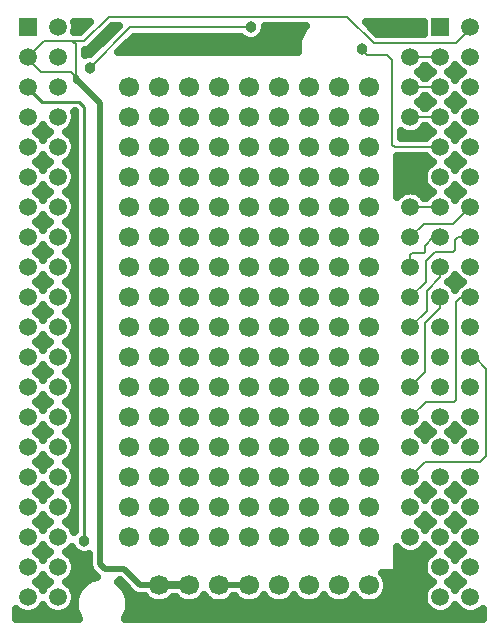
<source format=gbr>
G04 DipTrace 3.0.0.1*
G04 Top.gbr*
%MOIN*%
G04 #@! TF.FileFunction,Copper,L1,Top*
G04 #@! TF.Part,Single*
G04 #@! TA.AperFunction,Conductor*
%ADD14C,0.008*%
%ADD15C,0.02*%
G04 #@! TA.AperFunction,CopperBalancing*
%ADD16C,0.025*%
G04 #@! TA.AperFunction,Conductor*
%ADD17C,0.01*%
G04 #@! TA.AperFunction,ComponentPad*
%ADD18C,0.066929*%
%ADD19C,0.059055*%
%ADD20R,0.059055X0.059055*%
%ADD21C,0.059055*%
G04 #@! TA.AperFunction,ViaPad*
%ADD22C,0.038*%
%FSLAX26Y26*%
G04*
G70*
G90*
G75*
G01*
G04 Top*
%LPD*%
X473229Y2305118D2*
D14*
Y2299607D1*
X517717Y2255118D1*
X615748D1*
X632677Y2238189D1*
D15*
Y2231103D1*
X712205Y2151575D1*
Y614961D1*
X728740Y598425D1*
X793701D1*
X848032Y544095D1*
X910630D1*
D16*
X1010630D1*
X473229Y2305118D2*
D14*
X525984Y2357874D1*
X620866D1*
X625984Y2352756D1*
X633412D1*
Y2226809D1*
D15*
X632677Y2231103D1*
X1948032Y2405118D2*
D14*
Y2400000D1*
X1900788Y2352756D1*
X1625197D1*
X1537795Y2440158D1*
X742126D1*
X659843Y2357874D1*
X620866D1*
X473229Y2205118D2*
D17*
Y2203544D1*
X520079Y2156693D1*
X641732D1*
X660236Y2138189D1*
Y691732D1*
X1110630Y544095D2*
D15*
X1210630D1*
X1848032Y2005118D2*
D14*
X1696063D1*
X1687795Y2013386D1*
Y2296851D1*
X1670866Y2313780D1*
X1604331D1*
X1585433Y2332677D1*
X1216536Y2404331D2*
X812992D1*
X679134Y2270473D1*
X1848032Y1805118D2*
X1748032D1*
X1948032D2*
X1946063D1*
X1890945Y1750000D1*
X1792914D1*
X1748032Y1705118D1*
X1848032D2*
X1824016D1*
X1795670Y1676772D1*
Y1656299D1*
X1792520Y1653150D1*
X1754725D1*
X1747244Y1645670D1*
Y1605906D1*
X1748032Y1605118D1*
X1948032Y1705118D2*
X1905512D1*
X1896457Y1696063D1*
Y1661024D1*
X1890158Y1654725D1*
X1829528D1*
X1800000Y1625197D1*
Y1557087D1*
X1748032Y1505118D1*
X1848032Y1605118D2*
Y1571260D1*
X1802756Y1525984D1*
Y1459843D1*
X1748032Y1405118D1*
X1848032Y1505118D2*
Y1469685D1*
X1798032Y1419685D1*
Y1255118D1*
X1748032Y1205118D1*
X1948032Y1505118D2*
X1916142D1*
X1898819Y1487795D1*
Y1161418D1*
X1893701Y1156299D1*
X1799213D1*
X1748032Y1105118D1*
X1848032Y2305118D2*
X1748032D1*
X1848032Y2205118D2*
X1748032D1*
X1948032Y1305118D2*
X1962599D1*
X2000394Y1267323D1*
Y974803D1*
X1980709Y955118D1*
X1798032D1*
X1748032Y905118D1*
Y2105118D2*
X1848032D1*
D22*
X660236Y691732D3*
X1585433Y2332677D3*
X1216536Y2404331D3*
X679134Y2270473D3*
X631210Y2397261D2*
D16*
X653602D1*
X744882D2*
X760292D1*
X1263973D2*
X1387636D1*
X1626327D2*
X1789491D1*
X719979Y2372393D2*
X735438D1*
X826669D2*
X1181630D1*
X1251425D2*
X1374257D1*
X695126Y2347524D2*
X710536D1*
X801815D2*
X1369276D1*
X666415Y2322655D2*
X685682D1*
X1786532Y2248049D2*
X1809511D1*
X1886532D2*
X1909511D1*
X1785897Y2148574D2*
X1810145D1*
X1885897D2*
X1910145D1*
X510458Y2049099D2*
X536024D1*
X610458D2*
X626244D1*
X1720809D2*
X1810829D1*
X1885262D2*
X1910829D1*
X1705184Y1974492D2*
X1798622D1*
X509774Y1949624D2*
X536708D1*
X609774D2*
X626244D1*
X1705184D2*
X1811512D1*
X1884579D2*
X1911512D1*
X1705184Y1924755D2*
X1793055D1*
X1705184Y1899886D2*
X1789735D1*
X1705184Y1875017D2*
X1798280D1*
X509042Y1850149D2*
X537391D1*
X609042D2*
X626259D1*
X1783846D2*
X1812196D1*
X1883846D2*
X1912196D1*
X508358Y1750673D2*
X538124D1*
X608358D2*
X626259D1*
X507577Y1651198D2*
X538856D1*
X607577D2*
X626259D1*
X506845Y1551723D2*
X539637D1*
X606845D2*
X626259D1*
X1881649D2*
X1914442D1*
X506014Y1452248D2*
X540419D1*
X606014D2*
X626259D1*
X505184Y1352773D2*
X541249D1*
X605184D2*
X626259D1*
X504305Y1253298D2*
X542128D1*
X604305D2*
X626259D1*
X503427Y1153823D2*
X543055D1*
X603427D2*
X626259D1*
X502499Y1054348D2*
X543983D1*
X602499D2*
X626259D1*
X1777304D2*
X1818788D1*
X1877304D2*
X1918788D1*
X501473Y954873D2*
X544960D1*
X601473D2*
X626259D1*
X501571Y855398D2*
X544911D1*
X601571D2*
X626259D1*
X1776376D2*
X1819716D1*
X1876376D2*
X1919716D1*
X502548Y755923D2*
X543934D1*
X602548D2*
X626259D1*
X1777352D2*
X1818739D1*
X1877352D2*
X1918739D1*
X503475Y656448D2*
X542958D1*
X603475D2*
X628993D1*
X1705184D2*
X1717762D1*
X1778280D2*
X1817762D1*
X1878280D2*
X1917762D1*
X625106Y631579D2*
X673182D1*
X1705184D2*
X1796132D1*
X631747Y606710D2*
X674159D1*
X1705184D2*
X1789540D1*
X626669Y581841D2*
X691200D1*
X1659725D2*
X1794569D1*
X504403Y556973D2*
X542079D1*
X604403D2*
X664393D1*
X1671688D2*
X1816884D1*
X1879208D2*
X1916884D1*
X624813Y532104D2*
X640758D1*
X1671884D2*
X1796425D1*
X810604Y507235D2*
X860829D1*
X1660409D2*
X1789540D1*
X813973Y482366D2*
X1794325D1*
X505233Y457498D2*
X541200D1*
X605233D2*
X629725D1*
X810409D2*
X1816005D1*
X1880038D2*
X1916005D1*
X434725Y432629D2*
X641151D1*
X799032D2*
X1986561D1*
X1373757Y2322748D2*
X1371903Y2334957D1*
Y2349295D1*
X1374146Y2363456D1*
X1378576Y2377093D1*
X1385085Y2389868D1*
X1393513Y2401467D1*
X1401532Y2409646D1*
X1261770Y2409658D1*
X1261895Y2400761D1*
X1260778Y2393709D1*
X1258572Y2386919D1*
X1255331Y2380557D1*
X1251134Y2374781D1*
X1246086Y2369732D1*
X1240309Y2365536D1*
X1233948Y2362294D1*
X1227157Y2360088D1*
X1220106Y2358971D1*
X1212966D1*
X1205914Y2360088D1*
X1199124Y2362294D1*
X1192762Y2365536D1*
X1186986Y2369732D1*
X1182818Y2373828D1*
X825667Y2373831D1*
X774796Y2322744D1*
X1373672D1*
X811169Y475508D2*
X808926Y461347D1*
X804495Y447711D1*
X797986Y434936D1*
X796164Y432210D1*
X1989086Y432201D1*
X1989059Y466918D1*
X1980964Y459791D1*
X1973468Y455197D1*
X1965345Y451833D1*
X1956796Y449781D1*
X1948032Y449091D1*
X1939267Y449781D1*
X1930718Y451833D1*
X1922596Y455197D1*
X1915100Y459791D1*
X1908414Y465501D1*
X1902704Y472186D1*
X1898032Y479854D1*
X1893359Y472186D1*
X1887649Y465501D1*
X1880964Y459791D1*
X1873468Y455197D1*
X1865345Y451833D1*
X1856796Y449781D1*
X1848032Y449091D1*
X1839267Y449781D1*
X1830718Y451833D1*
X1822596Y455197D1*
X1815100Y459791D1*
X1808414Y465501D1*
X1802704Y472186D1*
X1798111Y479682D1*
X1794746Y487805D1*
X1792694Y496354D1*
X1792004Y505118D1*
X1792694Y513883D1*
X1794746Y522432D1*
X1798111Y530554D1*
X1802704Y538050D1*
X1808414Y544736D1*
X1815100Y550446D1*
X1822767Y555118D1*
X1815100Y559791D1*
X1808414Y565501D1*
X1802704Y572186D1*
X1798111Y579682D1*
X1794746Y587805D1*
X1792694Y596354D1*
X1792004Y605118D1*
X1792694Y613883D1*
X1794746Y622432D1*
X1798111Y630554D1*
X1802704Y638050D1*
X1808414Y644736D1*
X1815100Y650446D1*
X1822767Y655118D1*
X1815100Y659791D1*
X1808414Y665501D1*
X1802704Y672186D1*
X1798032Y679854D1*
X1793359Y672186D1*
X1787649Y665501D1*
X1780964Y659791D1*
X1773468Y655197D1*
X1765345Y651833D1*
X1756796Y649781D1*
X1748032Y649091D1*
X1739267Y649781D1*
X1730718Y651833D1*
X1722596Y655197D1*
X1715100Y659791D1*
X1708414Y665501D1*
X1702657Y672258D1*
X1702666Y586705D1*
X1653031Y586496D1*
X1659142Y579341D1*
X1664059Y571318D1*
X1667660Y562625D1*
X1669856Y553475D1*
X1670595Y544095D1*
X1669856Y534714D1*
X1667660Y525565D1*
X1664059Y516871D1*
X1659142Y508848D1*
X1653031Y501693D1*
X1645876Y495582D1*
X1637853Y490666D1*
X1629160Y487065D1*
X1620011Y484868D1*
X1610630Y484130D1*
X1601250Y484868D1*
X1592100Y487065D1*
X1583407Y490666D1*
X1575384Y495582D1*
X1568229Y501693D1*
X1562118Y508848D1*
X1560657Y511035D1*
X1556228Y505151D1*
X1549574Y498497D1*
X1541962Y492967D1*
X1533578Y488695D1*
X1524629Y485787D1*
X1515335Y484315D1*
X1505925D1*
X1496632Y485787D1*
X1487683Y488695D1*
X1479299Y492967D1*
X1471686Y498497D1*
X1465033Y505151D1*
X1460657Y511035D1*
X1456228Y505151D1*
X1449574Y498497D1*
X1441962Y492967D1*
X1433578Y488695D1*
X1424629Y485787D1*
X1415335Y484315D1*
X1405925D1*
X1396632Y485787D1*
X1387683Y488695D1*
X1379299Y492967D1*
X1371686Y498497D1*
X1365033Y505151D1*
X1360657Y511035D1*
X1356228Y505151D1*
X1349574Y498497D1*
X1341962Y492967D1*
X1333578Y488695D1*
X1324629Y485787D1*
X1315335Y484315D1*
X1305925D1*
X1296632Y485787D1*
X1287683Y488695D1*
X1279299Y492967D1*
X1271686Y498497D1*
X1265033Y505151D1*
X1260657Y511035D1*
X1256228Y505151D1*
X1249574Y498497D1*
X1241962Y492967D1*
X1233578Y488695D1*
X1224629Y485787D1*
X1215335Y484315D1*
X1205925D1*
X1196632Y485787D1*
X1187683Y488695D1*
X1179299Y492967D1*
X1171686Y498497D1*
X1165033Y505151D1*
X1163108Y507592D1*
X1158238Y507595D1*
X1153031Y501693D1*
X1145876Y495582D1*
X1137853Y490666D1*
X1129160Y487065D1*
X1120011Y484868D1*
X1110630Y484130D1*
X1101250Y484868D1*
X1092100Y487065D1*
X1083407Y490666D1*
X1075384Y495582D1*
X1068229Y501693D1*
X1062118Y508848D1*
X1060657Y511035D1*
X1056228Y505151D1*
X1049574Y498497D1*
X1041962Y492967D1*
X1033578Y488695D1*
X1024629Y485787D1*
X1015335Y484315D1*
X1005925D1*
X996632Y485787D1*
X987683Y488695D1*
X979299Y492967D1*
X971686Y498497D1*
X965095Y505083D1*
X956187Y505095D1*
X949574Y498497D1*
X941962Y492967D1*
X933578Y488695D1*
X924629Y485787D1*
X915335Y484315D1*
X905925D1*
X896632Y485787D1*
X887683Y488695D1*
X879299Y492967D1*
X871686Y498497D1*
X865033Y505151D1*
X863108Y507592D1*
X845168Y507707D1*
X839511Y508603D1*
X834064Y510373D1*
X828960Y512973D1*
X824327Y516340D1*
X778615Y561892D1*
X773786Y556598D1*
X784688Y547287D1*
X794000Y536384D1*
X801491Y524159D1*
X806978Y510913D1*
X810325Y496971D1*
X811450Y482677D1*
X811169Y475508D1*
X643994Y432210D2*
X638666Y441196D1*
X633180Y454442D1*
X629832Y468384D1*
X628708Y482677D1*
X629832Y496971D1*
X633180Y510913D1*
X638666Y524159D1*
X646158Y536384D1*
X655470Y547287D1*
X666372Y556598D1*
X678597Y564090D1*
X691844Y569577D1*
X703174Y572404D1*
X684450Y591256D1*
X681083Y595890D1*
X678483Y600993D1*
X676713Y606440D1*
X675817Y612097D1*
X675705Y648896D1*
X667354Y646793D1*
X660236Y646232D1*
X653119Y646793D1*
X646176Y648459D1*
X639580Y651192D1*
X633492Y654922D1*
X628063Y659559D1*
X623426Y664988D1*
X618942Y672711D1*
X612846Y665501D1*
X606161Y659791D1*
X598493Y655118D1*
X606161Y650446D1*
X612846Y644736D1*
X618556Y638050D1*
X623149Y630554D1*
X626514Y622432D1*
X628566Y613883D1*
X629256Y605118D1*
X628566Y596354D1*
X626514Y587805D1*
X623149Y579682D1*
X618556Y572186D1*
X612846Y565501D1*
X606161Y559791D1*
X598493Y555118D1*
X606161Y550446D1*
X612846Y544736D1*
X618556Y538050D1*
X623149Y530554D1*
X626514Y522432D1*
X628566Y513883D1*
X629256Y505118D1*
X628566Y496354D1*
X626514Y487805D1*
X623149Y479682D1*
X618556Y472186D1*
X612846Y465501D1*
X606161Y459791D1*
X598665Y455197D1*
X590542Y451833D1*
X581993Y449781D1*
X573229Y449091D1*
X564464Y449781D1*
X555915Y451833D1*
X547793Y455197D1*
X540296Y459791D1*
X533611Y465501D1*
X527901Y472186D1*
X523228Y479854D1*
X518556Y472186D1*
X512846Y465501D1*
X506161Y459791D1*
X498665Y455197D1*
X490542Y451833D1*
X481993Y449781D1*
X473229Y449091D1*
X464464Y449781D1*
X455915Y451833D1*
X447793Y455197D1*
X440296Y459791D1*
X433611Y465501D1*
X432200Y467028D1*
X432201Y432238D1*
X643871Y432201D1*
X1773296Y1055118D2*
X1780964Y1050446D1*
X1787649Y1044736D1*
X1793359Y1038050D1*
X1798032Y1030383D1*
X1802704Y1038050D1*
X1808414Y1044736D1*
X1815100Y1050446D1*
X1822767Y1055118D1*
X1815100Y1059791D1*
X1808414Y1065501D1*
X1802704Y1072186D1*
X1798032Y1079854D1*
X1793359Y1072186D1*
X1787649Y1065501D1*
X1780964Y1059791D1*
X1773296Y1055118D1*
X1798032Y879854D2*
X1793359Y872186D1*
X1787649Y865501D1*
X1780964Y859791D1*
X1773296Y855118D1*
X1780964Y850446D1*
X1787649Y844736D1*
X1793359Y838050D1*
X1798032Y830383D1*
X1802704Y838050D1*
X1808414Y844736D1*
X1815100Y850446D1*
X1822767Y855118D1*
X1815100Y859791D1*
X1808414Y865501D1*
X1802704Y872186D1*
X1798032Y879854D1*
Y779854D2*
X1793359Y772186D1*
X1787649Y765501D1*
X1780964Y759791D1*
X1773296Y755118D1*
X1780964Y750446D1*
X1787649Y744736D1*
X1793359Y738050D1*
X1798032Y730383D1*
X1802704Y738050D1*
X1808414Y744736D1*
X1815100Y750446D1*
X1822767Y755118D1*
X1815100Y759791D1*
X1808414Y765501D1*
X1802704Y772186D1*
X1798032Y779854D1*
X1794992Y2074629D2*
X1790635Y2068731D1*
X1784419Y2062515D1*
X1777306Y2057347D1*
X1769473Y2053356D1*
X1761111Y2050639D1*
X1752428Y2049263D1*
X1743636D1*
X1734952Y2050639D1*
X1726591Y2053356D1*
X1718286Y2057662D1*
X1718296Y2035571D1*
X1800995Y2035618D1*
X1805428Y2041505D1*
X1811645Y2047722D1*
X1818757Y2052890D1*
X1822596Y2055197D1*
X1815100Y2059791D1*
X1808414Y2065501D1*
X1802704Y2072186D1*
X1801072Y2074629D1*
X1795053Y2074618D1*
X1773296Y2155118D2*
X1780964Y2150446D1*
X1787649Y2144736D1*
X1793359Y2138050D1*
X1794992Y2135607D1*
X1801010Y2135618D1*
X1805428Y2141505D1*
X1811645Y2147722D1*
X1818757Y2152890D1*
X1822596Y2155197D1*
X1815100Y2159791D1*
X1808414Y2165501D1*
X1802704Y2172186D1*
X1801072Y2174629D1*
X1795053Y2174618D1*
X1790635Y2168731D1*
X1784419Y2162515D1*
X1777306Y2157347D1*
X1773296Y2155118D1*
X1794992Y2274629D2*
X1790635Y2268731D1*
X1784419Y2262515D1*
X1777306Y2257347D1*
X1773468Y2255039D1*
X1780964Y2250446D1*
X1787649Y2244736D1*
X1793359Y2238050D1*
X1794992Y2235607D1*
X1801010Y2235618D1*
X1805428Y2241505D1*
X1811645Y2247722D1*
X1818757Y2252890D1*
X1822596Y2255197D1*
X1815100Y2259791D1*
X1808414Y2265501D1*
X1802704Y2272186D1*
X1801072Y2274629D1*
X1795053Y2274618D1*
X1702657Y1837979D2*
X1708414Y1844736D1*
X1715100Y1850446D1*
X1722596Y1855039D1*
X1730718Y1858404D1*
X1739267Y1860456D1*
X1748032Y1861146D1*
X1756796Y1860456D1*
X1765345Y1858404D1*
X1773468Y1855039D1*
X1780964Y1850446D1*
X1787649Y1844736D1*
X1793359Y1838050D1*
X1794992Y1835607D1*
X1801010Y1835618D1*
X1805428Y1841505D1*
X1811645Y1847722D1*
X1818757Y1852890D1*
X1822596Y1855197D1*
X1815100Y1859791D1*
X1808414Y1865501D1*
X1802704Y1872186D1*
X1798111Y1879682D1*
X1794746Y1887805D1*
X1792694Y1896354D1*
X1792004Y1905118D1*
X1792694Y1913883D1*
X1794746Y1922432D1*
X1798111Y1930554D1*
X1802704Y1938050D1*
X1808414Y1944736D1*
X1815100Y1950446D1*
X1822767Y1955118D1*
X1815100Y1959791D1*
X1808414Y1965501D1*
X1802704Y1972186D1*
X1801072Y1974629D1*
X1702670Y1974618D1*
X1702666Y1838027D1*
X629083Y2400722D2*
X627708Y2392039D1*
X626677Y2388384D1*
X647185Y2388374D1*
X680985Y2422151D1*
X626608Y2422130D1*
X628566Y2413883D1*
X629256Y2405118D1*
X629083Y2400722D1*
X523229Y2079854D2*
X518556Y2072186D1*
X512846Y2065501D1*
X506161Y2059791D1*
X498493Y2055118D1*
X506161Y2050446D1*
X512846Y2044736D1*
X518556Y2038050D1*
X523229Y2030383D1*
X527901Y2038050D1*
X533611Y2044736D1*
X540296Y2050446D1*
X547964Y2055118D1*
X540296Y2059791D1*
X533611Y2065501D1*
X527901Y2072186D1*
X523228Y2079854D1*
X628738Y2097804D2*
X627708Y2092039D1*
X624991Y2083678D1*
X621000Y2075844D1*
X615832Y2068731D1*
X609616Y2062515D1*
X602503Y2057347D1*
X598665Y2055039D1*
X606161Y2050446D1*
X612846Y2044736D1*
X618556Y2038050D1*
X623149Y2030554D1*
X626514Y2022432D1*
X628566Y2013883D1*
X628736Y2016732D1*
X628566Y2113883D1*
X628736Y2116732D1*
Y2125180D1*
X626514Y2122432D1*
X628566Y2113883D1*
X523229Y1979854D2*
X518556Y1972186D1*
X512846Y1965501D1*
X506161Y1959791D1*
X498493Y1955118D1*
X506161Y1950446D1*
X512846Y1944736D1*
X518556Y1938050D1*
X523229Y1930383D1*
X527901Y1938050D1*
X533611Y1944736D1*
X540296Y1950446D1*
X547964Y1955118D1*
X540296Y1959791D1*
X533611Y1965501D1*
X527901Y1972186D1*
X523228Y1979854D1*
X628738Y1997804D2*
X627708Y1992039D1*
X624991Y1983678D1*
X621000Y1975844D1*
X615832Y1968731D1*
X609616Y1962515D1*
X602503Y1957347D1*
X598665Y1955039D1*
X606161Y1950446D1*
X612846Y1944736D1*
X618556Y1938050D1*
X623149Y1930554D1*
X626514Y1922432D1*
X628566Y1913883D1*
X628736Y1916732D1*
Y1997543D1*
X523229Y1879854D2*
X518556Y1872186D1*
X512846Y1865501D1*
X506161Y1859791D1*
X498493Y1855118D1*
X506161Y1850446D1*
X512846Y1844736D1*
X518556Y1838050D1*
X523229Y1830383D1*
X527901Y1838050D1*
X533611Y1844736D1*
X540296Y1850446D1*
X547964Y1855118D1*
X540296Y1859791D1*
X533611Y1865501D1*
X527901Y1872186D1*
X523228Y1879854D1*
X628738Y1897804D2*
X627708Y1892039D1*
X624991Y1883678D1*
X621000Y1875844D1*
X615832Y1868731D1*
X609616Y1862515D1*
X602503Y1857347D1*
X598665Y1855039D1*
X606161Y1850446D1*
X612846Y1844736D1*
X618556Y1838050D1*
X623149Y1830554D1*
X626514Y1822432D1*
X628566Y1813883D1*
X628736Y1816732D1*
Y1897543D1*
X523229Y1779854D2*
X518556Y1772186D1*
X512846Y1765501D1*
X506161Y1759791D1*
X498493Y1755118D1*
X506161Y1750446D1*
X512846Y1744736D1*
X518556Y1738050D1*
X523229Y1730383D1*
X527901Y1738050D1*
X533611Y1744736D1*
X540296Y1750446D1*
X547964Y1755118D1*
X540296Y1759791D1*
X533611Y1765501D1*
X527901Y1772186D1*
X523228Y1779854D1*
X628738Y1797804D2*
X627708Y1792039D1*
X624991Y1783678D1*
X621000Y1775844D1*
X615832Y1768731D1*
X609616Y1762515D1*
X602503Y1757347D1*
X598665Y1755039D1*
X606161Y1750446D1*
X612846Y1744736D1*
X618556Y1738050D1*
X623149Y1730554D1*
X626514Y1722432D1*
X628566Y1713883D1*
X628736Y1716732D1*
Y1797543D1*
X523229Y1679854D2*
X518556Y1672186D1*
X512846Y1665501D1*
X506161Y1659791D1*
X498493Y1655118D1*
X506161Y1650446D1*
X512846Y1644736D1*
X518556Y1638050D1*
X523229Y1630383D1*
X527901Y1638050D1*
X533611Y1644736D1*
X540296Y1650446D1*
X547964Y1655118D1*
X540296Y1659791D1*
X533611Y1665501D1*
X527901Y1672186D1*
X523228Y1679854D1*
X628738Y1697804D2*
X627708Y1692039D1*
X624991Y1683678D1*
X621000Y1675844D1*
X615832Y1668731D1*
X609616Y1662515D1*
X602503Y1657347D1*
X598665Y1655039D1*
X606161Y1650446D1*
X612846Y1644736D1*
X618556Y1638050D1*
X623149Y1630554D1*
X626514Y1622432D1*
X628566Y1613883D1*
X628736Y1616732D1*
Y1697543D1*
X523229Y1579854D2*
X518556Y1572186D1*
X512846Y1565501D1*
X506161Y1559791D1*
X498493Y1555118D1*
X506161Y1550446D1*
X512846Y1544736D1*
X518556Y1538050D1*
X523229Y1530383D1*
X527901Y1538050D1*
X533611Y1544736D1*
X540296Y1550446D1*
X547964Y1555118D1*
X540296Y1559791D1*
X533611Y1565501D1*
X527901Y1572186D1*
X523228Y1579854D1*
X628738Y1597804D2*
X627708Y1592039D1*
X624991Y1583678D1*
X621000Y1575844D1*
X615832Y1568731D1*
X609616Y1562515D1*
X602503Y1557347D1*
X598665Y1555039D1*
X606161Y1550446D1*
X612846Y1544736D1*
X618556Y1538050D1*
X623149Y1530554D1*
X626514Y1522432D1*
X628566Y1513883D1*
X628736Y1516732D1*
Y1597543D1*
X523229Y1479854D2*
X518556Y1472186D1*
X512846Y1465501D1*
X506161Y1459791D1*
X498493Y1455118D1*
X506161Y1450446D1*
X512846Y1444736D1*
X518556Y1438050D1*
X523229Y1430383D1*
X527901Y1438050D1*
X533611Y1444736D1*
X540296Y1450446D1*
X547964Y1455118D1*
X540296Y1459791D1*
X533611Y1465501D1*
X527901Y1472186D1*
X523228Y1479854D1*
X628738Y1497804D2*
X627708Y1492039D1*
X624991Y1483678D1*
X621000Y1475844D1*
X615832Y1468731D1*
X609616Y1462515D1*
X602503Y1457347D1*
X598665Y1455039D1*
X606161Y1450446D1*
X612846Y1444736D1*
X618556Y1438050D1*
X623149Y1430554D1*
X626514Y1422432D1*
X628566Y1413883D1*
X628736Y1416732D1*
Y1497543D1*
X523229Y1379854D2*
X518556Y1372186D1*
X512846Y1365501D1*
X506161Y1359791D1*
X498493Y1355118D1*
X506161Y1350446D1*
X512846Y1344736D1*
X518556Y1338050D1*
X523229Y1330383D1*
X527901Y1338050D1*
X533611Y1344736D1*
X540296Y1350446D1*
X547964Y1355118D1*
X540296Y1359791D1*
X533611Y1365501D1*
X527901Y1372186D1*
X523228Y1379854D1*
X628738Y1397804D2*
X627708Y1392039D1*
X624991Y1383678D1*
X621000Y1375844D1*
X615832Y1368731D1*
X609616Y1362515D1*
X602503Y1357347D1*
X598665Y1355039D1*
X606161Y1350446D1*
X612846Y1344736D1*
X618556Y1338050D1*
X623149Y1330554D1*
X626514Y1322432D1*
X628566Y1313883D1*
X628736Y1316732D1*
Y1397543D1*
X523229Y1279854D2*
X518556Y1272186D1*
X512846Y1265501D1*
X506161Y1259791D1*
X498493Y1255118D1*
X506161Y1250446D1*
X512846Y1244736D1*
X518556Y1238050D1*
X523229Y1230383D1*
X527901Y1238050D1*
X533611Y1244736D1*
X540296Y1250446D1*
X547964Y1255118D1*
X540296Y1259791D1*
X533611Y1265501D1*
X527901Y1272186D1*
X523228Y1279854D1*
X628738Y1297804D2*
X627708Y1292039D1*
X624991Y1283678D1*
X621000Y1275844D1*
X615832Y1268731D1*
X609616Y1262515D1*
X602503Y1257347D1*
X598665Y1255039D1*
X606161Y1250446D1*
X612846Y1244736D1*
X618556Y1238050D1*
X623149Y1230554D1*
X626514Y1222432D1*
X628566Y1213883D1*
X628736Y1216732D1*
Y1297543D1*
X523229Y1179854D2*
X518556Y1172186D1*
X512846Y1165501D1*
X506161Y1159791D1*
X498493Y1155118D1*
X506161Y1150446D1*
X512846Y1144736D1*
X518556Y1138050D1*
X523229Y1130383D1*
X527901Y1138050D1*
X533611Y1144736D1*
X540296Y1150446D1*
X547964Y1155118D1*
X540296Y1159791D1*
X533611Y1165501D1*
X527901Y1172186D1*
X523228Y1179854D1*
X628738Y1197804D2*
X627708Y1192039D1*
X624991Y1183678D1*
X621000Y1175844D1*
X615832Y1168731D1*
X609616Y1162515D1*
X602503Y1157347D1*
X598665Y1155039D1*
X606161Y1150446D1*
X612846Y1144736D1*
X618556Y1138050D1*
X623149Y1130554D1*
X626514Y1122432D1*
X628566Y1113883D1*
X628736Y1116732D1*
Y1197543D1*
X523229Y1079854D2*
X518556Y1072186D1*
X512846Y1065501D1*
X506161Y1059791D1*
X498493Y1055118D1*
X506161Y1050446D1*
X512846Y1044736D1*
X518556Y1038050D1*
X523229Y1030383D1*
X527901Y1038050D1*
X533611Y1044736D1*
X540296Y1050446D1*
X547964Y1055118D1*
X540296Y1059791D1*
X533611Y1065501D1*
X527901Y1072186D1*
X523228Y1079854D1*
X628738Y1097804D2*
X627708Y1092039D1*
X624991Y1083678D1*
X621000Y1075844D1*
X615832Y1068731D1*
X609616Y1062515D1*
X602503Y1057347D1*
X598665Y1055039D1*
X606161Y1050446D1*
X612846Y1044736D1*
X618556Y1038050D1*
X623149Y1030554D1*
X626514Y1022432D1*
X628566Y1013883D1*
X628736Y1016732D1*
Y1097543D1*
X523229Y979854D2*
X518556Y972186D1*
X512846Y965501D1*
X506161Y959791D1*
X498493Y955118D1*
X506161Y950446D1*
X512846Y944736D1*
X518556Y938050D1*
X523229Y930383D1*
X527901Y938050D1*
X533611Y944736D1*
X540296Y950446D1*
X547964Y955118D1*
X540296Y959791D1*
X533611Y965501D1*
X527901Y972186D1*
X523228Y979854D1*
X628738Y997804D2*
X627708Y992039D1*
X624991Y983678D1*
X621000Y975844D1*
X615832Y968731D1*
X609616Y962515D1*
X602503Y957347D1*
X598665Y955039D1*
X606161Y950446D1*
X612846Y944736D1*
X618556Y938050D1*
X623149Y930554D1*
X626514Y922432D1*
X628566Y913883D1*
X628736Y916732D1*
Y997543D1*
X523229Y879854D2*
X518556Y872186D1*
X512846Y865501D1*
X506161Y859791D1*
X498493Y855118D1*
X506161Y850446D1*
X512846Y844736D1*
X518556Y838050D1*
X523229Y830383D1*
X527901Y838050D1*
X533611Y844736D1*
X540296Y850446D1*
X547964Y855118D1*
X540296Y859791D1*
X533611Y865501D1*
X527901Y872186D1*
X523228Y879854D1*
X628738Y897804D2*
X627708Y892039D1*
X624991Y883678D1*
X621000Y875844D1*
X615832Y868731D1*
X609616Y862515D1*
X602503Y857347D1*
X598665Y855039D1*
X606161Y850446D1*
X612846Y844736D1*
X618556Y838050D1*
X623149Y830554D1*
X626514Y822432D1*
X628566Y813883D1*
X628736Y816732D1*
Y897543D1*
X523229Y779854D2*
X518556Y772186D1*
X512846Y765501D1*
X506161Y759791D1*
X498493Y755118D1*
X506161Y750446D1*
X512846Y744736D1*
X518556Y738050D1*
X523229Y730383D1*
X527901Y738050D1*
X533611Y744736D1*
X540296Y750446D1*
X547964Y755118D1*
X540296Y759791D1*
X533611Y765501D1*
X527901Y772186D1*
X523228Y779854D1*
X628738Y797804D2*
X627708Y792039D1*
X624991Y783678D1*
X621000Y775844D1*
X615832Y768731D1*
X609616Y762515D1*
X602503Y757347D1*
X598665Y755039D1*
X606161Y750446D1*
X612846Y744736D1*
X618556Y738050D1*
X623149Y730554D1*
X626547Y722316D1*
X628729Y724522D1*
X628736Y797543D1*
X523229Y679854D2*
X518556Y672186D1*
X512846Y665501D1*
X506161Y659791D1*
X498493Y655118D1*
X506161Y650446D1*
X512846Y644736D1*
X518556Y638050D1*
X523229Y630383D1*
X527901Y638050D1*
X533611Y644736D1*
X540296Y650446D1*
X547964Y655118D1*
X540296Y659791D1*
X533611Y665501D1*
X527901Y672186D1*
X523228Y679854D1*
X523229Y579854D2*
X518556Y572186D1*
X512846Y565501D1*
X506161Y559791D1*
X498493Y555118D1*
X506161Y550446D1*
X512846Y544736D1*
X518556Y538050D1*
X523229Y530383D1*
X527901Y538050D1*
X533611Y544736D1*
X540296Y550446D1*
X547964Y555118D1*
X540296Y559791D1*
X533611Y565501D1*
X527901Y572186D1*
X523228Y579854D1*
X1792004Y2383222D2*
Y2422089D1*
X1598971Y2422130D1*
X1637841Y2383245D1*
X1792043Y2383256D1*
X1898032Y2279854D2*
X1893359Y2272186D1*
X1887649Y2265501D1*
X1880964Y2259791D1*
X1873296Y2255118D1*
X1880964Y2250446D1*
X1887649Y2244736D1*
X1893359Y2238050D1*
X1898032Y2230383D1*
X1902704Y2238050D1*
X1908414Y2244736D1*
X1915100Y2250446D1*
X1922767Y2255118D1*
X1915100Y2259791D1*
X1908414Y2265501D1*
X1902704Y2272186D1*
X1898032Y2279854D1*
Y2179854D2*
X1893359Y2172186D1*
X1887649Y2165501D1*
X1880964Y2159791D1*
X1873296Y2155118D1*
X1880964Y2150446D1*
X1887649Y2144736D1*
X1893359Y2138050D1*
X1898032Y2130383D1*
X1902704Y2138050D1*
X1908414Y2144736D1*
X1915100Y2150446D1*
X1922767Y2155118D1*
X1915100Y2159791D1*
X1908414Y2165501D1*
X1902704Y2172186D1*
X1898032Y2179854D1*
Y2079854D2*
X1893359Y2072186D1*
X1887649Y2065501D1*
X1880964Y2059791D1*
X1873296Y2055118D1*
X1880964Y2050446D1*
X1887649Y2044736D1*
X1893359Y2038050D1*
X1898032Y2030383D1*
X1902704Y2038050D1*
X1908414Y2044736D1*
X1915100Y2050446D1*
X1922767Y2055118D1*
X1915100Y2059791D1*
X1908414Y2065501D1*
X1902704Y2072186D1*
X1898032Y2079854D1*
Y1979854D2*
X1893359Y1972186D1*
X1887649Y1965501D1*
X1880964Y1959791D1*
X1873296Y1955118D1*
X1880964Y1950446D1*
X1887649Y1944736D1*
X1893359Y1938050D1*
X1898032Y1930383D1*
X1902704Y1938050D1*
X1908414Y1944736D1*
X1915100Y1950446D1*
X1922767Y1955118D1*
X1915100Y1959791D1*
X1908414Y1965501D1*
X1902704Y1972186D1*
X1898032Y1979854D1*
Y1879854D2*
X1893359Y1872186D1*
X1887649Y1865501D1*
X1880964Y1859791D1*
X1873296Y1855118D1*
X1880964Y1850446D1*
X1887649Y1844736D1*
X1893359Y1838050D1*
X1898032Y1830383D1*
X1902704Y1838050D1*
X1908414Y1844736D1*
X1915100Y1850446D1*
X1922767Y1855118D1*
X1915100Y1859791D1*
X1908414Y1865501D1*
X1902704Y1872186D1*
X1898032Y1879854D1*
Y1579854D2*
X1893359Y1572186D1*
X1887649Y1565501D1*
X1880964Y1559791D1*
X1874037Y1555324D1*
X1884419Y1547722D1*
X1890635Y1541505D1*
X1895803Y1534393D1*
X1898111Y1530554D1*
X1902704Y1538050D1*
X1908414Y1544736D1*
X1915100Y1550446D1*
X1922767Y1555118D1*
X1915100Y1559791D1*
X1908414Y1565501D1*
X1902704Y1572186D1*
X1898032Y1579854D1*
Y1079854D2*
X1893359Y1072186D1*
X1887649Y1065501D1*
X1880964Y1059791D1*
X1873296Y1055118D1*
X1880964Y1050446D1*
X1887649Y1044736D1*
X1893359Y1038050D1*
X1898032Y1030383D1*
X1902704Y1038050D1*
X1908414Y1044736D1*
X1915100Y1050446D1*
X1922767Y1055118D1*
X1915100Y1059791D1*
X1908414Y1065501D1*
X1902704Y1072186D1*
X1898032Y1079854D1*
Y879854D2*
X1893359Y872186D1*
X1887649Y865501D1*
X1880964Y859791D1*
X1873296Y855118D1*
X1880964Y850446D1*
X1887649Y844736D1*
X1893359Y838050D1*
X1898032Y830383D1*
X1902704Y838050D1*
X1908414Y844736D1*
X1915100Y850446D1*
X1922767Y855118D1*
X1915100Y859791D1*
X1908414Y865501D1*
X1902704Y872186D1*
X1898032Y879854D1*
Y779854D2*
X1893359Y772186D1*
X1887649Y765501D1*
X1880964Y759791D1*
X1873296Y755118D1*
X1880964Y750446D1*
X1887649Y744736D1*
X1893359Y738050D1*
X1898032Y730383D1*
X1902704Y738050D1*
X1908414Y744736D1*
X1915100Y750446D1*
X1922767Y755118D1*
X1915100Y759791D1*
X1908414Y765501D1*
X1902704Y772186D1*
X1898032Y779854D1*
Y679854D2*
X1893359Y672186D1*
X1887649Y665501D1*
X1880964Y659791D1*
X1873296Y655118D1*
X1880964Y650446D1*
X1887649Y644736D1*
X1893359Y638050D1*
X1898032Y630383D1*
X1902704Y638050D1*
X1908414Y644736D1*
X1915100Y650446D1*
X1922767Y655118D1*
X1915100Y659791D1*
X1908414Y665501D1*
X1902704Y672186D1*
X1898032Y679854D1*
Y579854D2*
X1893359Y572186D1*
X1887649Y565501D1*
X1880964Y559791D1*
X1873296Y555118D1*
X1880964Y550446D1*
X1887649Y544736D1*
X1893359Y538050D1*
X1898032Y530383D1*
X1902704Y538050D1*
X1908414Y544736D1*
X1915100Y550446D1*
X1922767Y555118D1*
X1915100Y559791D1*
X1908414Y565501D1*
X1902704Y572186D1*
X1898032Y579854D1*
X663912Y2327610D2*
Y2313352D1*
X672016Y2315412D1*
X679134Y2315973D1*
X681407Y2315883D1*
X775200Y2409672D1*
X754739Y2409658D1*
X679651Y2334682D1*
X673689Y2330698D1*
X666963Y2328217D1*
X664605Y2327749D1*
D18*
X1010630Y705118D3*
X910630D3*
X1010630Y805118D3*
X910630D3*
X1010630Y905118D3*
X910630D3*
X1010630Y1005118D3*
X910630D3*
X1010630Y1105118D3*
X910630D3*
X1010630Y1205118D3*
X910630D3*
X1010630Y1305118D3*
X910630D3*
X1010630Y1405118D3*
X910630D3*
X1010630Y1505118D3*
X910630D3*
X1010630Y1605118D3*
X910630D3*
X1010630Y1705118D3*
X910630D3*
X1010630Y1805118D3*
X910630D3*
X1010630Y1905118D3*
X910630D3*
X1010630Y2005118D3*
X910630D3*
X1010630Y2105118D3*
X910630D3*
X1010630Y2205118D3*
X910630D3*
D19*
X1748032Y1005118D3*
Y905118D3*
D18*
X810630Y705118D3*
Y805118D3*
Y905118D3*
Y1005118D3*
Y1105118D3*
Y1205118D3*
Y1305118D3*
Y1405118D3*
Y1505118D3*
Y1605118D3*
Y1705118D3*
Y1805118D3*
Y1905118D3*
Y2005118D3*
Y2105118D3*
Y2205118D3*
D19*
X1748032Y805118D3*
D18*
X1310630Y705118D3*
X1210630D3*
X1310630Y805118D3*
X1210630D3*
X1310630Y905118D3*
X1210630D3*
X1310630Y1005118D3*
X1210630D3*
X1310630Y1105118D3*
X1210630D3*
X1310630Y1205118D3*
X1210630D3*
X1310630Y1305118D3*
X1210630D3*
X1310630Y1405118D3*
X1210630D3*
X1310630Y1505118D3*
X1210630D3*
X1310630Y1605118D3*
X1210630D3*
X1310630Y1705118D3*
X1210630D3*
X1310630Y1805118D3*
X1210630D3*
X1310630Y1905118D3*
X1210630D3*
X1310630Y2005118D3*
X1210630D3*
X1310630Y2105118D3*
X1210630D3*
X1310630Y2205118D3*
X1210630D3*
D19*
X1748032Y705118D3*
Y2105118D3*
D18*
X1110630Y705118D3*
Y805118D3*
Y905118D3*
Y1005118D3*
Y1105118D3*
Y1205118D3*
Y1305118D3*
Y1405118D3*
Y1505118D3*
Y1605118D3*
Y1705118D3*
Y1805118D3*
Y1905118D3*
Y2005118D3*
Y2105118D3*
Y2205118D3*
X1610630Y705118D3*
X1510630D3*
X1610630Y805118D3*
X1510630D3*
X1610630Y905118D3*
X1510630D3*
X1610630Y1005118D3*
X1510630D3*
X1610630Y1105118D3*
X1510630D3*
X1610630Y1205118D3*
X1510630D3*
X1610630Y1305118D3*
X1510630D3*
X1610630Y1405118D3*
X1510630D3*
X1610630Y1505118D3*
X1510630D3*
X1610630Y1605118D3*
X1510630D3*
X1610630Y1705118D3*
X1510630D3*
X1610630Y1805118D3*
X1510630D3*
X1610630Y1905118D3*
X1510630D3*
X1610630Y2005118D3*
X1510630D3*
X1610630Y2105118D3*
X1510630D3*
X1610630Y2205118D3*
X1510630D3*
X1410630Y705118D3*
Y805118D3*
Y905118D3*
Y1005118D3*
Y1105118D3*
Y1205118D3*
Y1305118D3*
Y1405118D3*
Y1505118D3*
Y1605118D3*
Y1705118D3*
Y1805118D3*
Y1905118D3*
Y2005118D3*
Y2105118D3*
Y2205118D3*
D19*
X1748032Y2305118D3*
D18*
X1110630Y544095D3*
D19*
X1748032Y2205118D3*
D18*
X1010630Y544095D3*
D19*
X1748032Y1605118D3*
D18*
X910630Y544095D3*
D19*
X1748032Y1505118D3*
D18*
X1410630Y544095D3*
D19*
X1748032Y1405118D3*
D18*
X1310630Y544095D3*
D19*
X1748032Y1305118D3*
D18*
X1210630Y544095D3*
D19*
X1748032Y1805118D3*
Y1705118D3*
D18*
X1610630Y544095D3*
D19*
X1748032Y1205118D3*
D18*
X1510630Y544095D3*
D19*
X1748032Y1105118D3*
D20*
X473229Y2405118D3*
D21*
X573229D3*
X473229Y2305118D3*
X573229D3*
X473229Y2205118D3*
X573229D3*
X473229Y2105118D3*
X573229D3*
X473229Y2005118D3*
X573229D3*
X473229Y1905118D3*
X573229D3*
X473229Y1805118D3*
X573229D3*
X473229Y1705118D3*
X573229D3*
X473229Y1605118D3*
X573229D3*
X473229Y1505118D3*
X573229D3*
X473229Y1405118D3*
X573229D3*
X473229Y1305118D3*
X573229D3*
X473229Y1205118D3*
X573229D3*
X473229Y1105118D3*
X573229D3*
X473229Y1005118D3*
X573229D3*
X473229Y905118D3*
X573229D3*
X473229Y805118D3*
X573229D3*
X473229Y705118D3*
X573229D3*
X473229Y605118D3*
X573229D3*
X473229Y505118D3*
X573229D3*
D20*
X1848032Y2405118D3*
D21*
X1948032D3*
X1848032Y2305118D3*
X1948032D3*
X1848032Y2205118D3*
X1948032D3*
X1848032Y2105118D3*
X1948032D3*
X1848032Y2005118D3*
X1948032D3*
X1848032Y1905118D3*
X1948032D3*
X1848032Y1805118D3*
X1948032D3*
X1848032Y1705118D3*
X1948032D3*
X1848032Y1605118D3*
X1948032D3*
X1848032Y1505118D3*
X1948032D3*
X1848032Y1405118D3*
X1948032D3*
X1848032Y1305118D3*
X1948032D3*
X1848032Y1205118D3*
X1948032D3*
X1848032Y1105118D3*
X1948032D3*
X1848032Y1005118D3*
X1948032D3*
X1848032Y905118D3*
X1948032D3*
X1848032Y805118D3*
X1948032D3*
X1848032Y705118D3*
X1948032D3*
X1848032Y605118D3*
X1948032D3*
X1848032Y505118D3*
X1948032D3*
M02*

</source>
